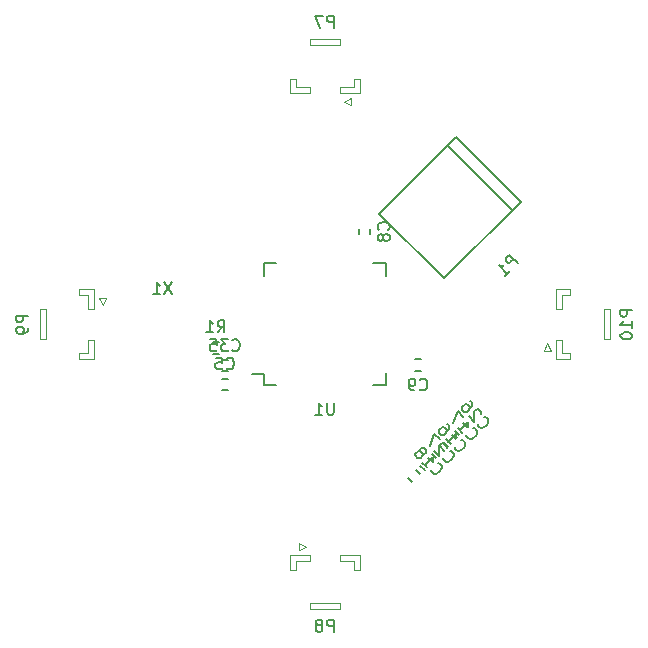
<source format=gbr>
G04 #@! TF.GenerationSoftware,KiCad,Pcbnew,5.0-dev-unknown-28f1209~61~ubuntu16.04.1*
G04 #@! TF.CreationDate,2018-02-18T12:37:57+01:00*
G04 #@! TF.ProjectId,roboy_crazyfly,726F626F795F6372617A79666C792E6B,rev?*
G04 #@! TF.SameCoordinates,Original*
G04 #@! TF.FileFunction,Legend,Bot*
G04 #@! TF.FilePolarity,Positive*
%FSLAX46Y46*%
G04 Gerber Fmt 4.6, Leading zero omitted, Abs format (unit mm)*
G04 Created by KiCad (PCBNEW 5.0-dev-unknown-28f1209~61~ubuntu16.04.1) date Sun Feb 18 12:37:57 2018*
%MOMM*%
%LPD*%
G01*
G04 APERTURE LIST*
%ADD10C,0.150000*%
%ADD11C,0.120000*%
G04 APERTURE END LIST*
D10*
X131275000Y-89600000D02*
X131775000Y-89600000D01*
X131775000Y-90550000D02*
X131275000Y-90550000D01*
X143800000Y-76900000D02*
X143800000Y-77400000D01*
X142850000Y-77400000D02*
X142850000Y-76900000D01*
X148125000Y-88925000D02*
X147625000Y-88925000D01*
X147625000Y-87975000D02*
X148125000Y-87975000D01*
X149734099Y-95337348D02*
X150087652Y-95690901D01*
X149415901Y-96362652D02*
X149062348Y-96009099D01*
X150734099Y-94362348D02*
X151087652Y-94715901D01*
X150415901Y-95387652D02*
X150062348Y-95034099D01*
X147734099Y-97312348D02*
X148087652Y-97665901D01*
X147415901Y-98337652D02*
X147062348Y-97984099D01*
X151684099Y-93387348D02*
X152037652Y-93740901D01*
X151365901Y-94412652D02*
X151012348Y-94059099D01*
X148759099Y-96287348D02*
X149112652Y-96640901D01*
X148440901Y-97312652D02*
X148087348Y-96959099D01*
X131275000Y-88050000D02*
X131775000Y-88050000D01*
X131775000Y-89000000D02*
X131275000Y-89000000D01*
X130500000Y-86500000D02*
X131000000Y-86500000D01*
X131000000Y-87550000D02*
X130500000Y-87550000D01*
X134825000Y-90175000D02*
X134825000Y-89175000D01*
X145175000Y-90175000D02*
X145175000Y-89100000D01*
X145175000Y-79825000D02*
X145175000Y-80900000D01*
X134825000Y-79825000D02*
X134825000Y-80900000D01*
X134825000Y-90175000D02*
X135900000Y-90175000D01*
X134825000Y-79825000D02*
X135900000Y-79825000D01*
X145175000Y-79825000D02*
X144100000Y-79825000D01*
X145175000Y-90175000D02*
X144100000Y-90175000D01*
X134825000Y-89175000D02*
X133800000Y-89175000D01*
X150422191Y-69882182D02*
X155867818Y-75327809D01*
X151129835Y-69174538D02*
X156575462Y-74620165D01*
X156575462Y-74620165D02*
X150070165Y-81125462D01*
X150070165Y-81125462D02*
X144624538Y-75679835D01*
X144624538Y-75679835D02*
X151129835Y-69174538D01*
D11*
X141250000Y-60875000D02*
X138750000Y-60875000D01*
X138750000Y-60875000D02*
X138750000Y-61375000D01*
X138750000Y-61375000D02*
X141250000Y-61375000D01*
X141250000Y-61375000D02*
X141250000Y-60875000D01*
X142950000Y-64225000D02*
X142950000Y-65425000D01*
X142950000Y-65425000D02*
X141300000Y-65425000D01*
X141300000Y-65425000D02*
X141300000Y-64925000D01*
X141300000Y-64925000D02*
X142450000Y-64925000D01*
X142450000Y-64925000D02*
X142450000Y-64225000D01*
X142450000Y-64225000D02*
X142950000Y-64225000D01*
X137050000Y-64225000D02*
X137050000Y-65425000D01*
X137050000Y-65425000D02*
X138700000Y-65425000D01*
X138700000Y-65425000D02*
X138700000Y-64925000D01*
X138700000Y-64925000D02*
X137550000Y-64925000D01*
X137550000Y-64925000D02*
X137550000Y-64225000D01*
X137550000Y-64225000D02*
X137050000Y-64225000D01*
X141625000Y-66175000D02*
X142225000Y-66475000D01*
X142225000Y-66475000D02*
X142225000Y-65875000D01*
X142225000Y-65875000D02*
X141625000Y-66175000D01*
X138750000Y-109125000D02*
X141250000Y-109125000D01*
X141250000Y-109125000D02*
X141250000Y-108625000D01*
X141250000Y-108625000D02*
X138750000Y-108625000D01*
X138750000Y-108625000D02*
X138750000Y-109125000D01*
X137050000Y-105775000D02*
X137050000Y-104575000D01*
X137050000Y-104575000D02*
X138700000Y-104575000D01*
X138700000Y-104575000D02*
X138700000Y-105075000D01*
X138700000Y-105075000D02*
X137550000Y-105075000D01*
X137550000Y-105075000D02*
X137550000Y-105775000D01*
X137550000Y-105775000D02*
X137050000Y-105775000D01*
X142950000Y-105775000D02*
X142950000Y-104575000D01*
X142950000Y-104575000D02*
X141300000Y-104575000D01*
X141300000Y-104575000D02*
X141300000Y-105075000D01*
X141300000Y-105075000D02*
X142450000Y-105075000D01*
X142450000Y-105075000D02*
X142450000Y-105775000D01*
X142450000Y-105775000D02*
X142950000Y-105775000D01*
X138375000Y-103825000D02*
X137775000Y-103525000D01*
X137775000Y-103525000D02*
X137775000Y-104125000D01*
X137775000Y-104125000D02*
X138375000Y-103825000D01*
X115875000Y-83750000D02*
X115875000Y-86250000D01*
X115875000Y-86250000D02*
X116375000Y-86250000D01*
X116375000Y-86250000D02*
X116375000Y-83750000D01*
X116375000Y-83750000D02*
X115875000Y-83750000D01*
X119225000Y-82050000D02*
X120425000Y-82050000D01*
X120425000Y-82050000D02*
X120425000Y-83700000D01*
X120425000Y-83700000D02*
X119925000Y-83700000D01*
X119925000Y-83700000D02*
X119925000Y-82550000D01*
X119925000Y-82550000D02*
X119225000Y-82550000D01*
X119225000Y-82550000D02*
X119225000Y-82050000D01*
X119225000Y-87950000D02*
X120425000Y-87950000D01*
X120425000Y-87950000D02*
X120425000Y-86300000D01*
X120425000Y-86300000D02*
X119925000Y-86300000D01*
X119925000Y-86300000D02*
X119925000Y-87450000D01*
X119925000Y-87450000D02*
X119225000Y-87450000D01*
X119225000Y-87450000D02*
X119225000Y-87950000D01*
X121175000Y-83375000D02*
X121475000Y-82775000D01*
X121475000Y-82775000D02*
X120875000Y-82775000D01*
X120875000Y-82775000D02*
X121175000Y-83375000D01*
X164125000Y-86250000D02*
X164125000Y-83750000D01*
X164125000Y-83750000D02*
X163625000Y-83750000D01*
X163625000Y-83750000D02*
X163625000Y-86250000D01*
X163625000Y-86250000D02*
X164125000Y-86250000D01*
X160775000Y-87950000D02*
X159575000Y-87950000D01*
X159575000Y-87950000D02*
X159575000Y-86300000D01*
X159575000Y-86300000D02*
X160075000Y-86300000D01*
X160075000Y-86300000D02*
X160075000Y-87450000D01*
X160075000Y-87450000D02*
X160775000Y-87450000D01*
X160775000Y-87450000D02*
X160775000Y-87950000D01*
X160775000Y-82050000D02*
X159575000Y-82050000D01*
X159575000Y-82050000D02*
X159575000Y-83700000D01*
X159575000Y-83700000D02*
X160075000Y-83700000D01*
X160075000Y-83700000D02*
X160075000Y-82550000D01*
X160075000Y-82550000D02*
X160775000Y-82550000D01*
X160775000Y-82550000D02*
X160775000Y-82050000D01*
X158825000Y-86625000D02*
X158525000Y-87225000D01*
X158525000Y-87225000D02*
X159125000Y-87225000D01*
X159125000Y-87225000D02*
X158825000Y-86625000D01*
D10*
X131691666Y-88732142D02*
X131739285Y-88779761D01*
X131882142Y-88827380D01*
X131977380Y-88827380D01*
X132120238Y-88779761D01*
X132215476Y-88684523D01*
X132263095Y-88589285D01*
X132310714Y-88398809D01*
X132310714Y-88255952D01*
X132263095Y-88065476D01*
X132215476Y-87970238D01*
X132120238Y-87875000D01*
X131977380Y-87827380D01*
X131882142Y-87827380D01*
X131739285Y-87875000D01*
X131691666Y-87922619D01*
X130786904Y-87827380D02*
X131263095Y-87827380D01*
X131310714Y-88303571D01*
X131263095Y-88255952D01*
X131167857Y-88208333D01*
X130929761Y-88208333D01*
X130834523Y-88255952D01*
X130786904Y-88303571D01*
X130739285Y-88398809D01*
X130739285Y-88636904D01*
X130786904Y-88732142D01*
X130834523Y-88779761D01*
X130929761Y-88827380D01*
X131167857Y-88827380D01*
X131263095Y-88779761D01*
X131310714Y-88732142D01*
X145382142Y-76983333D02*
X145429761Y-76935714D01*
X145477380Y-76792857D01*
X145477380Y-76697619D01*
X145429761Y-76554761D01*
X145334523Y-76459523D01*
X145239285Y-76411904D01*
X145048809Y-76364285D01*
X144905952Y-76364285D01*
X144715476Y-76411904D01*
X144620238Y-76459523D01*
X144525000Y-76554761D01*
X144477380Y-76697619D01*
X144477380Y-76792857D01*
X144525000Y-76935714D01*
X144572619Y-76983333D01*
X144905952Y-77554761D02*
X144858333Y-77459523D01*
X144810714Y-77411904D01*
X144715476Y-77364285D01*
X144667857Y-77364285D01*
X144572619Y-77411904D01*
X144525000Y-77459523D01*
X144477380Y-77554761D01*
X144477380Y-77745238D01*
X144525000Y-77840476D01*
X144572619Y-77888095D01*
X144667857Y-77935714D01*
X144715476Y-77935714D01*
X144810714Y-77888095D01*
X144858333Y-77840476D01*
X144905952Y-77745238D01*
X144905952Y-77554761D01*
X144953571Y-77459523D01*
X145001190Y-77411904D01*
X145096428Y-77364285D01*
X145286904Y-77364285D01*
X145382142Y-77411904D01*
X145429761Y-77459523D01*
X145477380Y-77554761D01*
X145477380Y-77745238D01*
X145429761Y-77840476D01*
X145382142Y-77888095D01*
X145286904Y-77935714D01*
X145096428Y-77935714D01*
X145001190Y-77888095D01*
X144953571Y-77840476D01*
X144905952Y-77745238D01*
X148041666Y-90507142D02*
X148089285Y-90554761D01*
X148232142Y-90602380D01*
X148327380Y-90602380D01*
X148470238Y-90554761D01*
X148565476Y-90459523D01*
X148613095Y-90364285D01*
X148660714Y-90173809D01*
X148660714Y-90030952D01*
X148613095Y-89840476D01*
X148565476Y-89745238D01*
X148470238Y-89650000D01*
X148327380Y-89602380D01*
X148232142Y-89602380D01*
X148089285Y-89650000D01*
X148041666Y-89697619D01*
X147565476Y-90602380D02*
X147375000Y-90602380D01*
X147279761Y-90554761D01*
X147232142Y-90507142D01*
X147136904Y-90364285D01*
X147089285Y-90173809D01*
X147089285Y-89792857D01*
X147136904Y-89697619D01*
X147184523Y-89650000D01*
X147279761Y-89602380D01*
X147470238Y-89602380D01*
X147565476Y-89650000D01*
X147613095Y-89697619D01*
X147660714Y-89792857D01*
X147660714Y-90030952D01*
X147613095Y-90126190D01*
X147565476Y-90173809D01*
X147470238Y-90221428D01*
X147279761Y-90221428D01*
X147184523Y-90173809D01*
X147136904Y-90126190D01*
X147089285Y-90030952D01*
X150979112Y-95355024D02*
X150979112Y-95422368D01*
X151046456Y-95557055D01*
X151113799Y-95624398D01*
X151248486Y-95691742D01*
X151383173Y-95691742D01*
X151484188Y-95658070D01*
X151652547Y-95557055D01*
X151753562Y-95456040D01*
X151854578Y-95287681D01*
X151888249Y-95186666D01*
X151888249Y-95051979D01*
X151820906Y-94917292D01*
X151753562Y-94849948D01*
X151618875Y-94782605D01*
X151551532Y-94782605D01*
X150238333Y-94748933D02*
X150642394Y-95152994D01*
X150440364Y-94950963D02*
X151147471Y-94243856D01*
X151113799Y-94412215D01*
X151113799Y-94546902D01*
X151147471Y-94647917D01*
X150339349Y-93435734D02*
X150474036Y-93570421D01*
X150507707Y-93671437D01*
X150507707Y-93738780D01*
X150474036Y-93907139D01*
X150373020Y-94075498D01*
X150103646Y-94344872D01*
X150002631Y-94378543D01*
X149935288Y-94378543D01*
X149834272Y-94344872D01*
X149699585Y-94210185D01*
X149665914Y-94109169D01*
X149665914Y-94041826D01*
X149699585Y-93940811D01*
X149867944Y-93772452D01*
X149968959Y-93738780D01*
X150036303Y-93738780D01*
X150137318Y-93772452D01*
X150272005Y-93907139D01*
X150305677Y-94008154D01*
X150305677Y-94075498D01*
X150272005Y-94176513D01*
X151979112Y-94380024D02*
X151979112Y-94447368D01*
X152046456Y-94582055D01*
X152113799Y-94649398D01*
X152248486Y-94716742D01*
X152383173Y-94716742D01*
X152484188Y-94683070D01*
X152652547Y-94582055D01*
X152753562Y-94481040D01*
X152854578Y-94312681D01*
X152888249Y-94211666D01*
X152888249Y-94076979D01*
X152820906Y-93942292D01*
X152753562Y-93874948D01*
X152618875Y-93807605D01*
X152551532Y-93807605D01*
X151238333Y-93773933D02*
X151642394Y-94177994D01*
X151440364Y-93975963D02*
X152147471Y-93268856D01*
X152113799Y-93437215D01*
X152113799Y-93571902D01*
X152147471Y-93672917D01*
X151709738Y-92831124D02*
X151238333Y-92359719D01*
X150834272Y-93369872D01*
X148979112Y-97330024D02*
X148979112Y-97397368D01*
X149046456Y-97532055D01*
X149113799Y-97599398D01*
X149248486Y-97666742D01*
X149383173Y-97666742D01*
X149484188Y-97633070D01*
X149652547Y-97532055D01*
X149753562Y-97431040D01*
X149854578Y-97262681D01*
X149888249Y-97161666D01*
X149888249Y-97026979D01*
X149820906Y-96892292D01*
X149753562Y-96824948D01*
X149618875Y-96757605D01*
X149551532Y-96757605D01*
X148238333Y-96723933D02*
X148642394Y-97127994D01*
X148440364Y-96925963D02*
X149147471Y-96218856D01*
X149113799Y-96387215D01*
X149113799Y-96521902D01*
X149147471Y-96622917D01*
X148238333Y-95915811D02*
X148339349Y-95949482D01*
X148406692Y-95949482D01*
X148507707Y-95915811D01*
X148541379Y-95882139D01*
X148575051Y-95781124D01*
X148575051Y-95713780D01*
X148541379Y-95612765D01*
X148406692Y-95478078D01*
X148305677Y-95444406D01*
X148238333Y-95444406D01*
X148137318Y-95478078D01*
X148103646Y-95511750D01*
X148069975Y-95612765D01*
X148069975Y-95680108D01*
X148103646Y-95781124D01*
X148238333Y-95915811D01*
X148272005Y-96016826D01*
X148272005Y-96084169D01*
X148238333Y-96185185D01*
X148103646Y-96319872D01*
X148002631Y-96353543D01*
X147935288Y-96353543D01*
X147834272Y-96319872D01*
X147699585Y-96185185D01*
X147665914Y-96084169D01*
X147665914Y-96016826D01*
X147699585Y-95915811D01*
X147834272Y-95781124D01*
X147935288Y-95747452D01*
X148002631Y-95747452D01*
X148103646Y-95781124D01*
X152929112Y-93405024D02*
X152929112Y-93472368D01*
X152996456Y-93607055D01*
X153063799Y-93674398D01*
X153198486Y-93741742D01*
X153333173Y-93741742D01*
X153434188Y-93708070D01*
X153602547Y-93607055D01*
X153703562Y-93506040D01*
X153804578Y-93337681D01*
X153838249Y-93236666D01*
X153838249Y-93101979D01*
X153770906Y-92967292D01*
X153703562Y-92899948D01*
X153568875Y-92832605D01*
X153501532Y-92832605D01*
X153232158Y-92563230D02*
X153232158Y-92495887D01*
X153198486Y-92394872D01*
X153030127Y-92226513D01*
X152929112Y-92192841D01*
X152861769Y-92192841D01*
X152760753Y-92226513D01*
X152693410Y-92293856D01*
X152626066Y-92428543D01*
X152626066Y-93236666D01*
X152188333Y-92798933D01*
X152289349Y-91485734D02*
X152424036Y-91620421D01*
X152457707Y-91721437D01*
X152457707Y-91788780D01*
X152424036Y-91957139D01*
X152323020Y-92125498D01*
X152053646Y-92394872D01*
X151952631Y-92428543D01*
X151885288Y-92428543D01*
X151784272Y-92394872D01*
X151649585Y-92260185D01*
X151615914Y-92159169D01*
X151615914Y-92091826D01*
X151649585Y-91990811D01*
X151817944Y-91822452D01*
X151918959Y-91788780D01*
X151986303Y-91788780D01*
X152087318Y-91822452D01*
X152222005Y-91957139D01*
X152255677Y-92058154D01*
X152255677Y-92125498D01*
X152222005Y-92226513D01*
X150004112Y-96305024D02*
X150004112Y-96372368D01*
X150071456Y-96507055D01*
X150138799Y-96574398D01*
X150273486Y-96641742D01*
X150408173Y-96641742D01*
X150509188Y-96608070D01*
X150677547Y-96507055D01*
X150778562Y-96406040D01*
X150879578Y-96237681D01*
X150913249Y-96136666D01*
X150913249Y-96001979D01*
X150845906Y-95867292D01*
X150778562Y-95799948D01*
X150643875Y-95732605D01*
X150576532Y-95732605D01*
X150307158Y-95463230D02*
X150307158Y-95395887D01*
X150273486Y-95294872D01*
X150105127Y-95126513D01*
X150004112Y-95092841D01*
X149936769Y-95092841D01*
X149835753Y-95126513D01*
X149768410Y-95193856D01*
X149701066Y-95328543D01*
X149701066Y-96136666D01*
X149263333Y-95698933D01*
X149734738Y-94756124D02*
X149263333Y-94284719D01*
X148859272Y-95294872D01*
X132167857Y-87182142D02*
X132215476Y-87229761D01*
X132358333Y-87277380D01*
X132453571Y-87277380D01*
X132596428Y-87229761D01*
X132691666Y-87134523D01*
X132739285Y-87039285D01*
X132786904Y-86848809D01*
X132786904Y-86705952D01*
X132739285Y-86515476D01*
X132691666Y-86420238D01*
X132596428Y-86325000D01*
X132453571Y-86277380D01*
X132358333Y-86277380D01*
X132215476Y-86325000D01*
X132167857Y-86372619D01*
X131834523Y-86277380D02*
X131215476Y-86277380D01*
X131548809Y-86658333D01*
X131405952Y-86658333D01*
X131310714Y-86705952D01*
X131263095Y-86753571D01*
X131215476Y-86848809D01*
X131215476Y-87086904D01*
X131263095Y-87182142D01*
X131310714Y-87229761D01*
X131405952Y-87277380D01*
X131691666Y-87277380D01*
X131786904Y-87229761D01*
X131834523Y-87182142D01*
X130310714Y-86277380D02*
X130786904Y-86277380D01*
X130834523Y-86753571D01*
X130786904Y-86705952D01*
X130691666Y-86658333D01*
X130453571Y-86658333D01*
X130358333Y-86705952D01*
X130310714Y-86753571D01*
X130263095Y-86848809D01*
X130263095Y-87086904D01*
X130310714Y-87182142D01*
X130358333Y-87229761D01*
X130453571Y-87277380D01*
X130691666Y-87277380D01*
X130786904Y-87229761D01*
X130834523Y-87182142D01*
X130916666Y-85677380D02*
X131250000Y-85201190D01*
X131488095Y-85677380D02*
X131488095Y-84677380D01*
X131107142Y-84677380D01*
X131011904Y-84725000D01*
X130964285Y-84772619D01*
X130916666Y-84867857D01*
X130916666Y-85010714D01*
X130964285Y-85105952D01*
X131011904Y-85153571D01*
X131107142Y-85201190D01*
X131488095Y-85201190D01*
X129964285Y-85677380D02*
X130535714Y-85677380D01*
X130250000Y-85677380D02*
X130250000Y-84677380D01*
X130345238Y-84820238D01*
X130440476Y-84915476D01*
X130535714Y-84963095D01*
X140761904Y-91652380D02*
X140761904Y-92461904D01*
X140714285Y-92557142D01*
X140666666Y-92604761D01*
X140571428Y-92652380D01*
X140380952Y-92652380D01*
X140285714Y-92604761D01*
X140238095Y-92557142D01*
X140190476Y-92461904D01*
X140190476Y-91652380D01*
X139190476Y-92652380D02*
X139761904Y-92652380D01*
X139476190Y-92652380D02*
X139476190Y-91652380D01*
X139571428Y-91795238D01*
X139666666Y-91890476D01*
X139761904Y-91938095D01*
X127059523Y-81452380D02*
X126392857Y-82452380D01*
X126392857Y-81452380D02*
X127059523Y-82452380D01*
X125488095Y-82452380D02*
X126059523Y-82452380D01*
X125773809Y-82452380D02*
X125773809Y-81452380D01*
X125869047Y-81595238D01*
X125964285Y-81690476D01*
X126059523Y-81738095D01*
X156321664Y-79827840D02*
X155614558Y-79120733D01*
X155345183Y-79390107D01*
X155311512Y-79491122D01*
X155311512Y-79558466D01*
X155345183Y-79659481D01*
X155446199Y-79760496D01*
X155547214Y-79794168D01*
X155614558Y-79794168D01*
X155715573Y-79760496D01*
X155984947Y-79491122D01*
X155244168Y-80905336D02*
X155648229Y-80501275D01*
X155446199Y-80703306D02*
X154739092Y-79996199D01*
X154907451Y-80029871D01*
X155042138Y-80029871D01*
X155143153Y-79996199D01*
X140738095Y-59877380D02*
X140738095Y-58877380D01*
X140357142Y-58877380D01*
X140261904Y-58925000D01*
X140214285Y-58972619D01*
X140166666Y-59067857D01*
X140166666Y-59210714D01*
X140214285Y-59305952D01*
X140261904Y-59353571D01*
X140357142Y-59401190D01*
X140738095Y-59401190D01*
X139833333Y-58877380D02*
X139166666Y-58877380D01*
X139595238Y-59877380D01*
X140738095Y-111027380D02*
X140738095Y-110027380D01*
X140357142Y-110027380D01*
X140261904Y-110075000D01*
X140214285Y-110122619D01*
X140166666Y-110217857D01*
X140166666Y-110360714D01*
X140214285Y-110455952D01*
X140261904Y-110503571D01*
X140357142Y-110551190D01*
X140738095Y-110551190D01*
X139595238Y-110455952D02*
X139690476Y-110408333D01*
X139738095Y-110360714D01*
X139785714Y-110265476D01*
X139785714Y-110217857D01*
X139738095Y-110122619D01*
X139690476Y-110075000D01*
X139595238Y-110027380D01*
X139404761Y-110027380D01*
X139309523Y-110075000D01*
X139261904Y-110122619D01*
X139214285Y-110217857D01*
X139214285Y-110265476D01*
X139261904Y-110360714D01*
X139309523Y-110408333D01*
X139404761Y-110455952D01*
X139595238Y-110455952D01*
X139690476Y-110503571D01*
X139738095Y-110551190D01*
X139785714Y-110646428D01*
X139785714Y-110836904D01*
X139738095Y-110932142D01*
X139690476Y-110979761D01*
X139595238Y-111027380D01*
X139404761Y-111027380D01*
X139309523Y-110979761D01*
X139261904Y-110932142D01*
X139214285Y-110836904D01*
X139214285Y-110646428D01*
X139261904Y-110551190D01*
X139309523Y-110503571D01*
X139404761Y-110455952D01*
X114877380Y-84261904D02*
X113877380Y-84261904D01*
X113877380Y-84642857D01*
X113925000Y-84738095D01*
X113972619Y-84785714D01*
X114067857Y-84833333D01*
X114210714Y-84833333D01*
X114305952Y-84785714D01*
X114353571Y-84738095D01*
X114401190Y-84642857D01*
X114401190Y-84261904D01*
X114877380Y-85309523D02*
X114877380Y-85500000D01*
X114829761Y-85595238D01*
X114782142Y-85642857D01*
X114639285Y-85738095D01*
X114448809Y-85785714D01*
X114067857Y-85785714D01*
X113972619Y-85738095D01*
X113925000Y-85690476D01*
X113877380Y-85595238D01*
X113877380Y-85404761D01*
X113925000Y-85309523D01*
X113972619Y-85261904D01*
X114067857Y-85214285D01*
X114305952Y-85214285D01*
X114401190Y-85261904D01*
X114448809Y-85309523D01*
X114496428Y-85404761D01*
X114496428Y-85595238D01*
X114448809Y-85690476D01*
X114401190Y-85738095D01*
X114305952Y-85785714D01*
X166027380Y-83785714D02*
X165027380Y-83785714D01*
X165027380Y-84166666D01*
X165075000Y-84261904D01*
X165122619Y-84309523D01*
X165217857Y-84357142D01*
X165360714Y-84357142D01*
X165455952Y-84309523D01*
X165503571Y-84261904D01*
X165551190Y-84166666D01*
X165551190Y-83785714D01*
X166027380Y-85309523D02*
X166027380Y-84738095D01*
X166027380Y-85023809D02*
X165027380Y-85023809D01*
X165170238Y-84928571D01*
X165265476Y-84833333D01*
X165313095Y-84738095D01*
X165027380Y-85928571D02*
X165027380Y-86023809D01*
X165075000Y-86119047D01*
X165122619Y-86166666D01*
X165217857Y-86214285D01*
X165408333Y-86261904D01*
X165646428Y-86261904D01*
X165836904Y-86214285D01*
X165932142Y-86166666D01*
X165979761Y-86119047D01*
X166027380Y-86023809D01*
X166027380Y-85928571D01*
X165979761Y-85833333D01*
X165932142Y-85785714D01*
X165836904Y-85738095D01*
X165646428Y-85690476D01*
X165408333Y-85690476D01*
X165217857Y-85738095D01*
X165122619Y-85785714D01*
X165075000Y-85833333D01*
X165027380Y-85928571D01*
M02*

</source>
